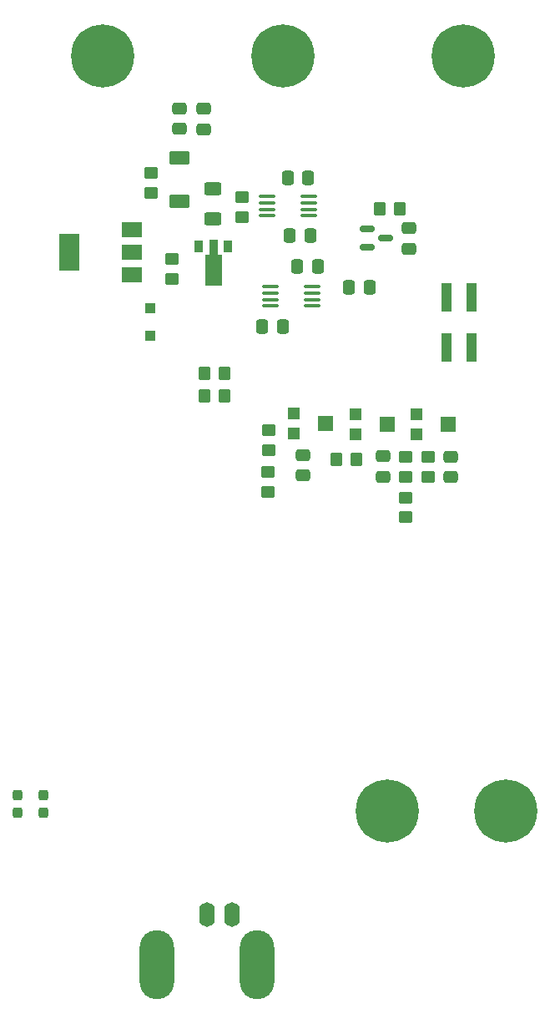
<source format=gbr>
%TF.GenerationSoftware,KiCad,Pcbnew,7.0.5*%
%TF.CreationDate,2023-09-04T17:01:56+02:00*%
%TF.ProjectId,mABoard,6d41426f-6172-4642-9e6b-696361645f70,rev?*%
%TF.SameCoordinates,Original*%
%TF.FileFunction,Soldermask,Top*%
%TF.FilePolarity,Negative*%
%FSLAX46Y46*%
G04 Gerber Fmt 4.6, Leading zero omitted, Abs format (unit mm)*
G04 Created by KiCad (PCBNEW 7.0.5) date 2023-09-04 17:01:56*
%MOMM*%
%LPD*%
G01*
G04 APERTURE LIST*
G04 Aperture macros list*
%AMRoundRect*
0 Rectangle with rounded corners*
0 $1 Rounding radius*
0 $2 $3 $4 $5 $6 $7 $8 $9 X,Y pos of 4 corners*
0 Add a 4 corners polygon primitive as box body*
4,1,4,$2,$3,$4,$5,$6,$7,$8,$9,$2,$3,0*
0 Add four circle primitives for the rounded corners*
1,1,$1+$1,$2,$3*
1,1,$1+$1,$4,$5*
1,1,$1+$1,$6,$7*
1,1,$1+$1,$8,$9*
0 Add four rect primitives between the rounded corners*
20,1,$1+$1,$2,$3,$4,$5,0*
20,1,$1+$1,$4,$5,$6,$7,0*
20,1,$1+$1,$6,$7,$8,$9,0*
20,1,$1+$1,$8,$9,$2,$3,0*%
%AMFreePoly0*
4,1,9,3.862500,-0.866500,0.737500,-0.866500,0.737500,-0.450000,-0.737500,-0.450000,-0.737500,0.450000,0.737500,0.450000,0.737500,0.866500,3.862500,0.866500,3.862500,-0.866500,3.862500,-0.866500,$1*%
G04 Aperture macros list end*
%ADD10R,0.900000X1.300000*%
%ADD11FreePoly0,270.000000*%
%ADD12RoundRect,0.150000X-0.587500X-0.150000X0.587500X-0.150000X0.587500X0.150000X-0.587500X0.150000X0*%
%ADD13RoundRect,0.100000X-0.712500X-0.100000X0.712500X-0.100000X0.712500X0.100000X-0.712500X0.100000X0*%
%ADD14R,1.200000X1.200000*%
%ADD15R,1.500000X1.600000*%
%ADD16RoundRect,0.250000X-0.450000X0.350000X-0.450000X-0.350000X0.450000X-0.350000X0.450000X0.350000X0*%
%ADD17RoundRect,0.250000X-0.350000X-0.450000X0.350000X-0.450000X0.350000X0.450000X-0.350000X0.450000X0*%
%ADD18RoundRect,0.250000X0.350000X0.450000X-0.350000X0.450000X-0.350000X-0.450000X0.350000X-0.450000X0*%
%ADD19RoundRect,0.250000X-0.625000X0.400000X-0.625000X-0.400000X0.625000X-0.400000X0.625000X0.400000X0*%
%ADD20RoundRect,0.250000X0.450000X-0.350000X0.450000X0.350000X-0.450000X0.350000X-0.450000X-0.350000X0*%
%ADD21R,2.000000X1.500000*%
%ADD22R,2.000000X3.800000*%
%ADD23O,1.600000X2.500000*%
%ADD24O,3.500000X7.000000*%
%ADD25R,1.000000X3.000000*%
%ADD26C,0.800000*%
%ADD27C,6.400000*%
%ADD28RoundRect,0.250000X-0.475000X0.337500X-0.475000X-0.337500X0.475000X-0.337500X0.475000X0.337500X0*%
%ADD29RoundRect,0.237500X0.237500X-0.287500X0.237500X0.287500X-0.237500X0.287500X-0.237500X-0.287500X0*%
%ADD30RoundRect,0.250000X-0.300000X0.300000X-0.300000X-0.300000X0.300000X-0.300000X0.300000X0.300000X0*%
%ADD31RoundRect,0.250000X-0.800000X0.450000X-0.800000X-0.450000X0.800000X-0.450000X0.800000X0.450000X0*%
%ADD32RoundRect,0.250000X0.337500X0.475000X-0.337500X0.475000X-0.337500X-0.475000X0.337500X-0.475000X0*%
%ADD33RoundRect,0.250000X-0.337500X-0.475000X0.337500X-0.475000X0.337500X0.475000X-0.337500X0.475000X0*%
G04 APERTURE END LIST*
D10*
%TO.C,Q1*%
X86060000Y-77180000D03*
D11*
X84560000Y-77267500D03*
D10*
X83060000Y-77180000D03*
%TD*%
D12*
%TO.C,U3*%
X100205000Y-75390000D03*
X100205000Y-77290000D03*
X102080000Y-76340000D03*
%TD*%
D13*
%TO.C,U2*%
X90347500Y-81285000D03*
X90347500Y-81935000D03*
X90347500Y-82585000D03*
X90347500Y-83235000D03*
X94572500Y-83235000D03*
X94572500Y-82585000D03*
X94572500Y-81935000D03*
X94572500Y-81285000D03*
%TD*%
%TO.C,U1*%
X89987500Y-72145000D03*
X89987500Y-72795000D03*
X89987500Y-73445000D03*
X89987500Y-74095000D03*
X94212500Y-74095000D03*
X94212500Y-73445000D03*
X94212500Y-72795000D03*
X94212500Y-72145000D03*
%TD*%
D14*
%TO.C,RV3*%
X92720000Y-94140000D03*
D15*
X95970000Y-95140000D03*
D14*
X92720000Y-96140000D03*
%TD*%
%TO.C,RV2*%
X99000000Y-94230000D03*
D15*
X102250000Y-95230000D03*
D14*
X99000000Y-96230000D03*
%TD*%
%TO.C,RV1*%
X105180000Y-94220000D03*
D15*
X108430000Y-95220000D03*
D14*
X105180000Y-96220000D03*
%TD*%
D16*
%TO.C,R13*%
X90140000Y-100070000D03*
X90140000Y-102070000D03*
%TD*%
%TO.C,R12*%
X104080000Y-102630000D03*
X104080000Y-104630000D03*
%TD*%
D17*
%TO.C,R11*%
X101440000Y-73340000D03*
X103440000Y-73340000D03*
%TD*%
D16*
%TO.C,R10*%
X90180000Y-95840000D03*
X90180000Y-97840000D03*
%TD*%
D17*
%TO.C,R9*%
X83680000Y-92370000D03*
X85680000Y-92370000D03*
%TD*%
D18*
%TO.C,R8*%
X99060000Y-98740000D03*
X97060000Y-98740000D03*
%TD*%
D17*
%TO.C,R7*%
X83680000Y-90030000D03*
X85680000Y-90030000D03*
%TD*%
D16*
%TO.C,R6*%
X80360000Y-78450000D03*
X80360000Y-80450000D03*
%TD*%
D19*
%TO.C,R5*%
X84550000Y-71320000D03*
X84550000Y-74420000D03*
%TD*%
D20*
%TO.C,R4*%
X78230000Y-71770000D03*
X78230000Y-69770000D03*
%TD*%
D16*
%TO.C,R3*%
X106330000Y-98520000D03*
X106330000Y-100520000D03*
%TD*%
D20*
%TO.C,R2*%
X104100000Y-100530000D03*
X104100000Y-98530000D03*
%TD*%
D16*
%TO.C,R1*%
X87520000Y-72190000D03*
X87520000Y-74190000D03*
%TD*%
D21*
%TO.C,Q2*%
X76290000Y-80060000D03*
D22*
X69990000Y-77760000D03*
D21*
X76290000Y-77760000D03*
X76290000Y-75460000D03*
%TD*%
D23*
%TO.C,J2*%
X83930000Y-144960000D03*
D24*
X78850000Y-150040000D03*
X89010000Y-150040000D03*
D23*
X86470000Y-144960000D03*
%TD*%
D25*
%TO.C,J1*%
X108230000Y-82355000D03*
X108230000Y-87395000D03*
X110770000Y-82355000D03*
X110770000Y-87395000D03*
%TD*%
D26*
%TO.C,H5*%
X102250000Y-132050000D03*
X103947056Y-136147056D03*
X103947056Y-132752944D03*
X104650000Y-134450000D03*
D27*
X102250000Y-134450000D03*
D26*
X102250000Y-136850000D03*
X100552944Y-132752944D03*
X100552944Y-136147056D03*
X99850000Y-134450000D03*
%TD*%
%TO.C,H4*%
X114240000Y-132050000D03*
X115937056Y-136147056D03*
X115937056Y-132752944D03*
X116640000Y-134450000D03*
D27*
X114240000Y-134450000D03*
D26*
X114240000Y-136850000D03*
X112542944Y-132752944D03*
X112542944Y-136147056D03*
X111840000Y-134450000D03*
%TD*%
%TO.C,H3*%
X70970000Y-57900000D03*
X71672944Y-59597056D03*
X71672944Y-56202944D03*
X73370000Y-60300000D03*
D27*
X73370000Y-57900000D03*
D26*
X75770000Y-57900000D03*
X75067056Y-56202944D03*
X75067056Y-59597056D03*
X73370000Y-55500000D03*
%TD*%
%TO.C,H2*%
X89260000Y-57900000D03*
X89962944Y-59597056D03*
X89962944Y-56202944D03*
X91660000Y-60300000D03*
D27*
X91660000Y-57900000D03*
D26*
X94060000Y-57900000D03*
X93357056Y-56202944D03*
X93357056Y-59597056D03*
X91660000Y-55500000D03*
%TD*%
%TO.C,H1*%
X109950000Y-55500000D03*
X111647056Y-59597056D03*
X111647056Y-56202944D03*
X112350000Y-57900000D03*
D27*
X109950000Y-57900000D03*
D26*
X109950000Y-60300000D03*
X108252944Y-56202944D03*
X108252944Y-59597056D03*
X107550000Y-57900000D03*
%TD*%
D28*
%TO.C,FB2*%
X81170000Y-63195000D03*
X81170000Y-65270000D03*
%TD*%
%TO.C,FB1*%
X83570000Y-63222500D03*
X83570000Y-65297500D03*
%TD*%
D29*
%TO.C,D4*%
X67300000Y-134582500D03*
X67300000Y-132832500D03*
%TD*%
%TO.C,D3*%
X64730000Y-134582500D03*
X64730000Y-132832500D03*
%TD*%
D30*
%TO.C,D2*%
X78140000Y-83432500D03*
X78140000Y-86232500D03*
%TD*%
D31*
%TO.C,D1*%
X81170000Y-68252500D03*
X81170000Y-72652500D03*
%TD*%
D32*
%TO.C,C9*%
X95147500Y-79250000D03*
X93072500Y-79250000D03*
%TD*%
D33*
%TO.C,C8*%
X89512500Y-85320000D03*
X91587500Y-85320000D03*
%TD*%
D28*
%TO.C,C7*%
X104430000Y-75332500D03*
X104430000Y-77407500D03*
%TD*%
D33*
%TO.C,C6*%
X98332500Y-81340000D03*
X100407500Y-81340000D03*
%TD*%
D28*
%TO.C,C5*%
X93620000Y-98342500D03*
X93620000Y-100417500D03*
%TD*%
%TO.C,C4*%
X101760000Y-98442500D03*
X101760000Y-100517500D03*
%TD*%
%TO.C,C3*%
X108650000Y-98482500D03*
X108650000Y-100557500D03*
%TD*%
D32*
%TO.C,C2*%
X94407500Y-76110000D03*
X92332500Y-76110000D03*
%TD*%
%TO.C,C1*%
X94167500Y-70230000D03*
X92092500Y-70230000D03*
%TD*%
M02*

</source>
